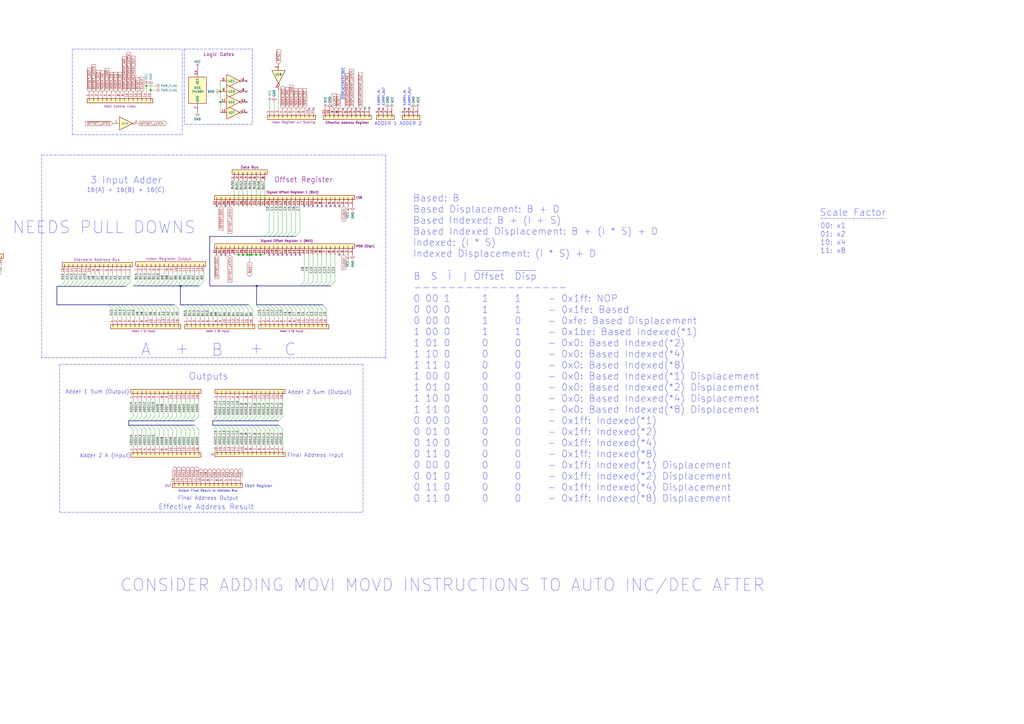
<source format=kicad_sch>
(kicad_sch (version 20211123) (generator eeschema)
  (paper "A2")
  (junction (at 144.78 147.828))
  (junction (at 148.59 147.828))
  (junction (at 151.13 147.828))
  (junction (at 84.836 49.784))
  (junction (at 127.762 59.182))
  (junction (at 127.762 53.086))
  (junction (at 138.43 147.828))
  (junction (at 143.51 147.828))
  (junction (at 146.05 147.828))
  (junction (at 87.376 52.324))
  (junction (at 148.844 165.862))
  (junction (at 140.97 147.828))
  (junction (at 104.648 165.862))
  (no_connect (at 181.864 62.992))
  (no_connect (at 214.122 62.484))
  (no_connect (at 222.25 62.992))
  (no_connect (at 156.21 147.828))
  (no_connect (at 189.23 119.634))
  (no_connect (at 143.002 46.99))
  (no_connect (at 184.15 119.634))
  (no_connect (at 198.882 62.992))
  (no_connect (at 179.324 62.992))
  (no_connect (at 196.85 119.634))
  (no_connect (at 143.002 65.278))
  (no_connect (at 168.91 147.828))
  (no_connect (at 166.37 147.828))
  (no_connect (at 237.236 62.992))
  (no_connect (at 206.502 62.992))
  (no_connect (at 219.71 62.992))
  (no_connect (at 196.85 147.828))
  (no_connect (at 211.582 62.484))
  (no_connect (at 143.002 59.182))
  (no_connect (at 176.53 119.634))
  (no_connect (at 158.75 147.828))
  (no_connect (at 181.61 119.634))
  (no_connect (at 171.45 147.828))
  (no_connect (at 186.69 119.634))
  (no_connect (at 130.81 147.828))
  (no_connect (at 128.27 147.828))
  (no_connect (at 179.07 119.634))
  (no_connect (at 234.696 62.992))
  (no_connect (at 191.77 119.634))
  (no_connect (at 161.29 147.828))
  (no_connect (at 194.31 119.634))
  (no_connect (at 173.99 147.828))
  (no_connect (at 125.73 119.634))
  (no_connect (at 163.83 147.828))
  (no_connect (at 130.81 119.634))
  (no_connect (at 143.002 53.086))
  (bus_entry (at -6.858 158.75) (size -2.54 2.54))
  (bus_entry (at 174.244 179.324) (size -2.54 -2.54))
  (bus_entry (at 97.536 241.554) (size -2.54 2.54))
  (bus_entry (at 133.858 179.324) (size -2.54 -2.54))
  (bus_entry (at 176.784 179.324) (size -2.54 -2.54))
  (bus_entry (at 73.152 179.324) (size -2.54 -2.54))
  (bus_entry (at 100.076 241.554) (size -2.54 2.54))
  (bus_entry (at 79.756 249.174) (size -2.54 -2.54))
  (bus_entry (at 87.376 249.174) (size -2.54 -2.54))
  (bus_entry (at 181.864 179.324) (size -2.54 -2.54))
  (bus_entry (at 108.458 179.324) (size -2.54 -2.54))
  (bus_entry (at 82.296 249.174) (size -2.54 -2.54))
  (bus_entry (at 144.018 179.324) (size -2.54 -2.54))
  (bus_entry (at 148.844 241.554) (size -2.54 2.54))
  (bus_entry (at 153.924 179.324) (size -2.54 -2.54))
  (bus_entry (at 107.95 163.322) (size -2.54 2.54))
  (bus_entry (at 101.092 179.324) (size -2.54 -2.54))
  (bus_entry (at -4.318 158.75) (size -2.54 2.54))
  (bus_entry (at 110.49 163.322) (size -2.54 2.54))
  (bus_entry (at 110.998 179.324) (size -2.54 -2.54))
  (bus_entry (at 65.532 179.324) (size -2.54 -2.54))
  (bus_entry (at 90.17 163.322) (size -2.54 2.54))
  (bus_entry (at 102.87 163.322) (size -2.54 2.54))
  (bus_entry (at 186.944 179.324) (size -2.54 -2.54))
  (bus_entry (at 189.23 163.322) (size -2.54 2.54))
  (bus_entry (at 161.544 249.174) (size -2.54 -2.54))
  (bus_entry (at 161.544 241.554) (size -2.54 2.54))
  (bus_entry (at 82.296 241.554) (size -2.54 2.54))
  (bus_entry (at 121.158 179.324) (size -2.54 -2.54))
  (bus_entry (at 141.224 249.174) (size -2.54 -2.54))
  (bus_entry (at 90.932 179.324) (size -2.54 -2.54))
  (bus_entry (at 105.41 163.322) (size -2.54 2.54))
  (bus_entry (at 125.984 249.174) (size -2.54 -2.54))
  (bus_entry (at 82.55 163.322) (size -2.54 2.54))
  (bus_entry (at 156.464 249.174) (size -2.54 -2.54))
  (bus_entry (at 105.156 249.174) (size -2.54 -2.54))
  (bus_entry (at 151.384 249.174) (size -2.54 -2.54))
  (bus_entry (at 115.57 163.322) (size -2.54 2.54))
  (bus_entry (at 102.616 249.174) (size -2.54 -2.54))
  (bus_entry (at 143.764 241.554) (size -2.54 2.54))
  (bus_entry (at -9.398 158.75) (size -2.54 2.54))
  (bus_entry (at -19.558 158.75) (size -2.54 2.54))
  (bus_entry (at 159.004 241.554) (size -2.54 2.54))
  (bus_entry (at 107.696 249.174) (size -2.54 -2.54))
  (bus_entry (at -17.018 158.75) (size -2.54 2.54))
  (bus_entry (at 156.464 241.554) (size -2.54 2.54))
  (bus_entry (at 131.064 249.174) (size -2.54 -2.54))
  (bus_entry (at 80.772 179.324) (size -2.54 -2.54))
  (bus_entry (at -37.338 158.75) (size -2.54 2.54))
  (bus_entry (at 146.558 179.324) (size -2.54 -2.54))
  (bus_entry (at 60.198 163.576) (size -2.54 2.54))
  (bus_entry (at 164.084 179.324) (size -2.54 -2.54))
  (bus_entry (at 181.61 163.322) (size -2.54 2.54))
  (bus_entry (at 115.316 249.174) (size -2.54 -2.54))
  (bus_entry (at 47.498 163.576) (size -2.54 2.54))
  (bus_entry (at 156.21 134.62) (size -2.54 2.54))
  (bus_entry (at 100.33 163.322) (size -2.54 2.54))
  (bus_entry (at 65.278 163.576) (size -2.54 2.54))
  (bus_entry (at 112.776 249.174) (size -2.54 -2.54))
  (bus_entry (at 77.216 241.554) (size -2.54 2.54))
  (bus_entry (at 148.844 249.174) (size -2.54 -2.54))
  (bus_entry (at -24.638 158.75) (size -2.54 2.54))
  (bus_entry (at 102.616 241.554) (size -2.54 2.54))
  (bus_entry (at 100.076 249.174) (size -2.54 -2.54))
  (bus_entry (at 77.216 249.174) (size -2.54 -2.54))
  (bus_entry (at 110.236 249.174) (size -2.54 -2.54))
  (bus_entry (at 93.472 179.324) (size -2.54 -2.54))
  (bus_entry (at 151.384 241.554) (size -2.54 2.54))
  (bus_entry (at 141.478 179.324) (size -2.54 -2.54))
  (bus_entry (at 184.15 163.322) (size -2.54 2.54))
  (bus_entry (at 113.03 163.322) (size -2.54 2.54))
  (bus_entry (at 70.358 163.576) (size -2.54 2.54))
  (bus_entry (at 116.078 179.324) (size -2.54 -2.54))
  (bus_entry (at 186.69 163.322) (size -2.54 2.54))
  (bus_entry (at 128.524 241.554) (size -2.54 2.54))
  (bus_entry (at 83.312 179.324) (size -2.54 -2.54))
  (bus_entry (at -34.798 158.75) (size -2.54 2.54))
  (bus_entry (at 84.836 249.174) (size -2.54 -2.54))
  (bus_entry (at 176.53 163.322) (size -2.54 2.54))
  (bus_entry (at 141.224 241.554) (size -2.54 2.54))
  (bus_entry (at 113.538 179.324) (size -2.54 -2.54))
  (bus_entry (at 153.924 241.554) (size -2.54 2.54))
  (bus_entry (at 171.704 179.324) (size -2.54 -2.54))
  (bus_entry (at 161.544 179.324) (size -2.54 -2.54))
  (bus_entry (at 105.156 241.554) (size -2.54 2.54))
  (bus_entry (at 98.552 179.324) (size -2.54 -2.54))
  (bus_entry (at 143.764 249.174) (size -2.54 -2.54))
  (bus_entry (at 75.692 179.324) (size -2.54 -2.54))
  (bus_entry (at 94.996 241.554) (size -2.54 2.54))
  (bus_entry (at 88.392 179.324) (size -2.54 -2.54))
  (bus_entry (at 125.984 241.554) (size -2.54 2.54))
  (bus_entry (at 169.164 179.324) (size -2.54 -2.54))
  (bus_entry (at 79.756 241.554) (size -2.54 2.54))
  (bus_entry (at 55.118 163.576) (size -2.54 2.54))
  (bus_entry (at 179.07 163.322) (size -2.54 2.54))
  (bus_entry (at 128.778 179.324) (size -2.54 -2.54))
  (bus_entry (at -1.778 158.75) (size -2.54 2.54))
  (bus_entry (at 92.71 163.322) (size -2.54 2.54))
  (bus_entry (at 70.612 179.324) (size -2.54 -2.54))
  (bus_entry (at 161.29 134.62) (size -2.54 2.54))
  (bus_entry (at 92.456 249.174) (size -2.54 -2.54))
  (bus_entry (at 159.004 179.324) (size -2.54 -2.54))
  (bus_entry (at 189.484 179.324) (size -2.54 -2.54))
  (bus_entry (at 146.304 249.174) (size -2.54 -2.54))
  (bus_entry (at 159.004 249.174) (size -2.54 -2.54))
  (bus_entry (at 179.324 179.324) (size -2.54 -2.54))
  (bus_entry (at 67.818 163.576) (size -2.54 2.54))
  (bus_entry (at 85.852 179.324) (size -2.54 -2.54))
  (bus_entry (at 164.084 249.174) (size -2.54 -2.54))
  (bus_entry (at 107.696 241.554) (size -2.54 2.54))
  (bus_entry (at 72.898 163.576) (size -2.54 2.54))
  (bus_entry (at 191.77 163.322) (size -2.54 2.54))
  (bus_entry (at 68.072 179.324) (size -2.54 -2.54))
  (bus_entry (at 136.398 179.324) (size -2.54 -2.54))
  (bus_entry (at 173.99 134.62) (size -2.54 2.54))
  (bus_entry (at 97.79 163.322) (size -2.54 2.54))
  (bus_entry (at -22.098 158.75) (size -2.54 2.54))
  (bus_entry (at 85.09 163.322) (size -2.54 2.54))
  (bus_entry (at 133.604 249.174) (size -2.54 -2.54))
  (bus_entry (at 94.996 249.174) (size -2.54 -2.54))
  (bus_entry (at 75.438 163.576) (size -2.54 2.54))
  (bus_entry (at 95.25 163.322) (size -2.54 2.54))
  (bus_entry (at 97.536 249.174) (size -2.54 -2.54))
  (bus_entry (at 131.318 179.324) (size -2.54 -2.54))
  (bus_entry (at 156.464 179.324) (size -2.54 -2.54))
  (bus_entry (at 96.012 179.324) (size -2.54 -2.54))
  (bus_entry (at 84.836 241.554) (size -2.54 2.54))
  (bus_entry (at 50.038 163.576) (size -2.54 2.54))
  (bus_entry (at 80.01 163.322) (size -2.54 2.54))
  (bus_entry (at 146.304 241.554) (size -2.54 2.54))
  (bus_entry (at 0.762 158.75) (size -2.54 2.54))
  (bus_entry (at 123.698 179.324) (size -2.54 -2.54))
  (bus_entry (at 128.524 249.174) (size -2.54 -2.54))
  (bus_entry (at 153.924 249.174) (size -2.54 -2.54))
  (bus_entry (at 115.316 241.554) (size -2.54 2.54))
  (bus_entry (at 163.83 134.62) (size -2.54 2.54))
  (bus_entry (at 78.232 179.324) (size -2.54 -2.54))
  (bus_entry (at -32.258 158.75) (size -2.54 2.54))
  (bus_entry (at 138.684 241.554) (size -2.54 2.54))
  (bus_entry (at 39.878 163.576) (size -2.54 2.54))
  (bus_entry (at 89.916 249.174) (size -2.54 -2.54))
  (bus_entry (at 62.738 163.576) (size -2.54 2.54))
  (bus_entry (at 92.456 241.554) (size -2.54 2.54))
  (bus_entry (at 136.144 249.174) (size -2.54 -2.54))
  (bus_entry (at -11.938 158.75) (size -2.54 2.54))
  (bus_entry (at 87.376 241.554) (size -2.54 2.54))
  (bus_entry (at 44.958 163.576) (size -2.54 2.54))
  (bus_entry (at 126.238 179.324) (size -2.54 -2.54))
  (bus_entry (at 166.37 134.62) (size -2.54 2.54))
  (bus_entry (at 194.31 163.322) (size -2.54 2.54))
  (bus_entry (at 87.63 163.322) (size -2.54 2.54))
  (bus_entry (at 103.632 179.324) (size -2.54 -2.54))
  (bus_entry (at 112.776 241.554) (size -2.54 2.54))
  (bus_entry (at 42.418 163.576) (size -2.54 2.54))
  (bus_entry (at 89.916 241.554) (size -2.54 2.54))
  (bus_entry (at 151.384 179.324) (size -2.54 -2.54))
  (bus_entry (at 52.578 163.576) (size -2.54 2.54))
  (bus_entry (at -27.178 158.75) (size -2.54 2.54))
  (bus_entry (at 110.236 241.554) (size -2.54 2.54))
  (bus_entry (at 57.658 163.576) (size -2.54 2.54))
  (bus_entry (at 136.144 241.554) (size -2.54 2.54))
  (bus_entry (at -29.718 158.75) (size -2.54 2.54))
  (bus_entry (at 118.618 179.324) (size -2.54 -2.54))
  (bus_entry (at 168.91 134.62) (size -2.54 2.54))
  (bus_entry (at 138.684 249.174) (size -2.54 -2.54))
  (bus_entry (at 131.064 241.554) (size -2.54 2.54))
  (bus_entry (at 158.75 134.62) (size -2.54 2.54))
  (bus_entry (at 164.084 241.554) (size -2.54 2.54))
  (bus_entry (at 166.624 179.324) (size -2.54 -2.54))
  (bus_entry (at 184.404 179.324) (size -2.54 -2.54))
  (bus_entry (at 138.938 179.324) (size -2.54 -2.54))
  (bus_entry (at 118.11 163.322) (size -2.54 2.54))
  (bus_entry (at -14.478 158.75) (size -2.54 2.54))
  (bus_entry (at 37.338 163.576) (size -2.54 2.54))
  (bus_entry (at 133.604 241.554) (size -2.54 2.54))
  (bus_entry (at 171.45 134.62) (size -2.54 2.54))
  (wire (pts (xy 65.532 179.324) (xy 65.532 184.404)))
  (bus (pts (xy 79.756 244.094) (xy 77.216 244.094)))
  (bus (pts (xy 159.004 176.784) (xy 161.544 176.784)))
  (bus (pts (xy 107.696 244.094) (xy 105.156 244.094)))
  (bus (pts (xy 77.216 246.634) (xy 79.756 246.634)))
  (bus (pts (xy 97.536 244.094) (xy 94.996 244.094)))
  (bus (pts (xy 176.53 165.862) (xy 179.07 165.862)))
  (wire (pts (xy 191.77 147.828) (xy 191.77 163.322)))
  (wire (pts (xy 70.612 179.324) (xy 70.612 184.404)))
  (wire (pts (xy -14.478 153.67) (xy -14.478 158.75)))
  (wire (pts (xy 107.696 232.156) (xy 107.696 241.554)))
  (bus (pts (xy 133.604 244.094) (xy 131.064 244.094)))
  (wire (pts (xy 47.498 158.496) (xy 47.498 163.576)))
  (bus (pts (xy 83.312 176.784) (xy 80.772 176.784)))
  (wire (pts (xy 60.198 158.496) (xy 60.198 163.576)))
  (wire (pts (xy 156.464 258.572) (xy 156.464 249.174)))
  (wire (pts (xy 89.916 52.324) (xy 87.376 52.324)))
  (wire (pts (xy 77.216 258.826) (xy 77.216 249.174)))
  (bus (pts (xy 169.164 176.784) (xy 171.704 176.784)))
  (wire (pts (xy 166.624 179.324) (xy 166.624 184.404)))
  (wire (pts (xy 153.924 179.324) (xy 153.924 184.404)))
  (polyline (pts (xy 223.774 207.518) (xy 24.13 207.518)))
  (wire (pts (xy 97.536 258.826) (xy 97.536 249.174)))
  (bus (pts (xy 186.69 165.862) (xy 189.23 165.862)))
  (wire (pts (xy 72.898 158.496) (xy 72.898 163.576)))
  (polyline (pts (xy 475.996 126.746) (xy 513.588 126.746)))
  (wire (pts (xy 100.076 258.826) (xy 100.076 249.174)))
  (bus (pts (xy 110.998 176.784) (xy 108.458 176.784)))
  (bus (pts (xy 108.458 176.784) (xy 105.918 176.784)))
  (wire (pts (xy 87.376 52.324) (xy 87.376 53.34)))
  (wire (pts (xy 87.376 258.826) (xy 87.376 249.174)))
  (bus (pts (xy 84.836 244.094) (xy 82.296 244.094)))
  (bus (pts (xy 39.878 166.116) (xy 42.418 166.116)))
  (wire (pts (xy 131.064 232.156) (xy 131.064 241.554)))
  (wire (pts (xy 85.09 158.242) (xy 85.09 163.322)))
  (wire (pts (xy 186.944 179.324) (xy 186.944 184.404)))
  (wire (pts (xy 105.156 232.156) (xy 105.156 241.554)))
  (wire (pts (xy 107.696 258.826) (xy 107.696 249.174)))
  (bus (pts (xy 121.666 137.16) (xy 121.666 165.862)))
  (bus (pts (xy 158.75 137.16) (xy 156.21 137.16)))
  (bus (pts (xy 94.996 246.634) (xy 97.536 246.634)))
  (wire (pts (xy 159.004 232.156) (xy 159.004 241.554)))
  (bus (pts (xy 102.616 246.634) (xy 105.156 246.634)))
  (bus (pts (xy 92.456 244.094) (xy 89.916 244.094)))
  (bus (pts (xy 143.764 244.094) (xy 141.224 244.094)))
  (bus (pts (xy 74.676 244.094) (xy 74.676 246.634)))
  (bus (pts (xy 138.938 176.784) (xy 136.398 176.784)))
  (wire (pts (xy -22.098 153.67) (xy -22.098 158.75)))
  (bus (pts (xy 100.076 246.634) (xy 102.616 246.634)))
  (polyline (pts (xy 210.566 297.18) (xy 210.566 211.328)))
  (bus (pts (xy 164.084 176.784) (xy 166.624 176.784)))
  (wire (pts (xy 65.278 158.496) (xy 65.278 163.576)))
  (wire (pts (xy 173.99 119.634) (xy 173.99 134.62)))
  (wire (pts (xy 148.59 104.902) (xy 148.59 119.634)))
  (wire (pts (xy 176.53 147.828) (xy 176.53 163.322)))
  (wire (pts (xy 123.698 179.324) (xy 123.698 184.404)))
  (wire (pts (xy -34.798 153.67) (xy -34.798 158.75)))
  (wire (pts (xy 141.224 258.572) (xy 141.224 249.174)))
  (wire (pts (xy 128.524 258.572) (xy 128.524 249.174)))
  (bus (pts (xy 87.376 246.634) (xy 89.916 246.634)))
  (bus (pts (xy 136.398 176.784) (xy 133.858 176.784)))
  (bus (pts (xy 121.666 165.862) (xy 148.844 165.862)))
  (wire (pts (xy 159.004 258.572) (xy 159.004 249.174)))
  (wire (pts (xy 89.916 232.156) (xy 89.916 241.554)))
  (bus (pts (xy 42.418 166.116) (xy 44.958 166.116)))
  (wire (pts (xy 95.25 158.242) (xy 95.25 163.322)))
  (bus (pts (xy 179.324 176.784) (xy 181.864 176.784)))
  (wire (pts (xy 125.984 258.572) (xy 125.984 249.174)))
  (wire (pts (xy 138.684 258.572) (xy 138.684 249.174)))
  (polyline (pts (xy 34.544 297.18) (xy 210.566 297.18)))
  (wire (pts (xy 186.69 147.828) (xy 186.69 163.322)))
  (polyline (pts (xy 24.13 207.518) (xy 24.13 89.916)))
  (wire (pts (xy 135.89 104.902) (xy 135.89 119.634)))
  (wire (pts (xy 156.464 179.324) (xy 156.464 184.404)))
  (bus (pts (xy 82.55 165.862) (xy 85.09 165.862)))
  (wire (pts (xy 77.216 232.156) (xy 77.216 241.554)))
  (wire (pts (xy 89.916 49.784) (xy 84.836 49.784)))
  (wire (pts (xy 179.324 179.324) (xy 179.324 184.404)))
  (bus (pts (xy 141.224 246.634) (xy 143.764 246.634)))
  (bus (pts (xy 105.156 244.094) (xy 102.616 244.094)))
  (wire (pts (xy 133.604 232.156) (xy 133.604 241.554)))
  (wire (pts (xy 143.51 104.902) (xy 143.51 119.634)))
  (bus (pts (xy 151.384 176.784) (xy 153.924 176.784)))
  (bus (pts (xy 52.578 166.116) (xy 55.118 166.116)))
  (wire (pts (xy 141.478 179.324) (xy 141.478 184.404)))
  (bus (pts (xy 89.916 246.634) (xy 92.456 246.634)))
  (bus (pts (xy 148.844 165.862) (xy 148.844 176.784)))
  (bus (pts (xy 102.87 165.862) (xy 104.648 165.862)))
  (bus (pts (xy 113.538 176.784) (xy 110.998 176.784)))
  (wire (pts (xy 141.224 232.156) (xy 141.224 241.554)))
  (wire (pts (xy 118.618 179.324) (xy 118.618 184.404)))
  (bus (pts (xy 107.696 246.634) (xy 110.236 246.634)))
  (bus (pts (xy 34.798 166.116) (xy 37.338 166.116)))
  (wire (pts (xy 194.31 147.828) (xy 194.31 163.322)))
  (wire (pts (xy 103.632 179.324) (xy 103.632 184.404)))
  (wire (pts (xy 92.456 258.826) (xy 92.456 249.174)))
  (wire (pts (xy 144.018 179.324) (xy 144.018 184.404)))
  (wire (pts (xy 146.558 179.324) (xy 146.558 184.404)))
  (polyline (pts (xy 41.91 78.232) (xy 105.664 78.232)))
  (wire (pts (xy 0.762 153.67) (xy 0.762 158.75)))
  (wire (pts (xy 115.316 258.826) (xy 115.316 249.174)))
  (wire (pts (xy 88.392 179.324) (xy 88.392 184.404)))
  (wire (pts (xy 37.338 158.496) (xy 37.338 163.576)))
  (wire (pts (xy 110.998 179.324) (xy 110.998 184.404)))
  (bus (pts (xy 107.95 165.862) (xy 110.49 165.862)))
  (wire (pts (xy 135.89 147.828) (xy 138.43 147.828)))
  (bus (pts (xy 161.544 244.094) (xy 159.004 244.094)))
  (wire (pts (xy 118.11 158.242) (xy 118.11 163.322)))
  (wire (pts (xy 93.472 179.324) (xy 93.472 184.404)))
  (bus (pts (xy 85.852 176.784) (xy 83.312 176.784)))
  (bus (pts (xy 131.064 244.094) (xy 128.524 244.094)))
  (wire (pts (xy 163.83 119.634) (xy 163.83 134.62)))
  (wire (pts (xy 148.844 232.156) (xy 148.844 241.554)))
  (wire (pts (xy 90.932 179.324) (xy 90.932 184.404)))
  (wire (pts (xy 96.012 179.324) (xy 96.012 184.404)))
  (wire (pts (xy 164.084 258.572) (xy 164.084 249.174)))
  (bus (pts (xy 156.464 176.784) (xy 159.004 176.784)))
  (bus (pts (xy 77.47 165.862) (xy 80.01 165.862)))
  (wire (pts (xy 98.552 179.324) (xy 98.552 184.404)))
  (bus (pts (xy 171.704 176.784) (xy 174.244 176.784)))
  (bus (pts (xy 133.604 246.634) (xy 136.144 246.634)))
  (bus (pts (xy 126.238 176.784) (xy 123.698 176.784)))
  (bus (pts (xy 156.21 137.16) (xy 153.67 137.16)))
  (bus (pts (xy 92.456 246.634) (xy 94.996 246.634)))
  (bus (pts (xy 159.004 244.094) (xy 156.464 244.094)))
  (wire (pts (xy 138.43 104.902) (xy 138.43 119.634)))
  (bus (pts (xy 125.984 246.634) (xy 128.524 246.634)))
  (bus (pts (xy 84.836 246.634) (xy 87.376 246.634)))
  (wire (pts (xy 161.544 258.572) (xy 161.544 249.174)))
  (wire (pts (xy 146.304 232.156) (xy 146.304 241.554)))
  (bus (pts (xy 131.064 246.634) (xy 133.604 246.634)))
  (polyline (pts (xy 106.934 28.448) (xy 106.934 72.136)))
  (wire (pts (xy -19.558 153.67) (xy -19.558 158.75)))
  (bus (pts (xy 189.23 165.862) (xy 191.77 165.862)))
  (wire (pts (xy 101.092 179.324) (xy 101.092 184.404)))
  (wire (pts (xy 68.072 179.324) (xy 68.072 184.404)))
  (bus (pts (xy 161.544 176.784) (xy 164.084 176.784)))
  (bus (pts (xy 79.756 246.634) (xy 82.296 246.634)))
  (wire (pts (xy 126.238 179.324) (xy 126.238 184.404)))
  (bus (pts (xy 156.464 244.094) (xy 153.924 244.094)))
  (bus (pts (xy 168.91 137.16) (xy 166.37 137.16)))
  (bus (pts (xy 146.304 244.094) (xy 143.764 244.094)))
  (bus (pts (xy 78.232 176.784) (xy 75.692 176.784)))
  (wire (pts (xy 151.384 258.572) (xy 151.384 249.174)))
  (wire (pts (xy 161.544 232.156) (xy 161.544 241.554)))
  (bus (pts (xy 116.078 176.784) (xy 113.538 176.784)))
  (bus (pts (xy 88.392 176.784) (xy 85.852 176.784)))
  (wire (pts (xy 146.05 104.902) (xy 146.05 119.634)))
  (wire (pts (xy 161.544 52.324) (xy 161.544 62.992)))
  (wire (pts (xy 107.95 158.242) (xy 107.95 163.322)))
  (bus (pts (xy 151.384 246.634) (xy 153.924 246.634)))
  (wire (pts (xy 84.836 49.784) (xy 84.836 53.34)))
  (bus (pts (xy 128.778 176.784) (xy 126.238 176.784)))
  (wire (pts (xy 127.762 59.182) (xy 127.762 65.278)))
  (wire (pts (xy 97.536 232.156) (xy 97.536 241.554)))
  (wire (pts (xy 116.078 179.324) (xy 116.078 184.404)))
  (bus (pts (xy 80.01 165.862) (xy 82.55 165.862)))
  (wire (pts (xy 159.004 179.324) (xy 159.004 184.404)))
  (bus (pts (xy 60.198 166.116) (xy 62.738 166.116)))
  (bus (pts (xy 186.944 176.784) (xy 187.198 176.784)))
  (wire (pts (xy 57.658 158.496) (xy 57.658 163.576)))
  (bus (pts (xy 176.784 176.784) (xy 179.324 176.784)))
  (bus (pts (xy 95.25 165.862) (xy 97.79 165.862)))
  (bus (pts (xy 166.624 176.784) (xy 169.164 176.784)))
  (wire (pts (xy -32.258 153.67) (xy -32.258 158.75)))
  (wire (pts (xy 89.916 258.826) (xy 89.916 249.174)))
  (bus (pts (xy 128.524 246.634) (xy 131.064 246.634)))
  (bus (pts (xy 100.33 165.862) (xy 102.87 165.862)))
  (wire (pts (xy 87.376 49.53) (xy 87.376 52.324)))
  (wire (pts (xy 105.156 258.826) (xy 105.156 249.174)))
  (wire (pts (xy 73.152 179.324) (xy 73.152 184.404)))
  (polyline (pts (xy 146.304 72.136) (xy 106.934 72.136)))
  (wire (pts (xy 55.118 158.496) (xy 55.118 163.576)))
  (wire (pts (xy 113.538 179.324) (xy 113.538 184.404)))
  (bus (pts (xy 166.37 137.16) (xy 163.83 137.16)))
  (wire (pts (xy 153.67 104.902) (xy 153.67 119.634)))
  (bus (pts (xy 123.444 244.094) (xy 123.444 246.634)))
  (wire (pts (xy 166.37 119.634) (xy 166.37 134.62)))
  (wire (pts (xy 87.376 232.156) (xy 87.376 241.554)))
  (bus (pts (xy 144.018 176.784) (xy 141.478 176.784)))
  (bus (pts (xy 123.698 176.784) (xy 121.158 176.784)))
  (bus (pts (xy 62.738 166.116) (xy 65.278 166.116)))
  (wire (pts (xy 112.776 258.826) (xy 112.776 249.174)))
  (bus (pts (xy 113.03 165.862) (xy 115.57 165.862)))
  (bus (pts (xy 153.67 137.16) (xy 121.666 137.16)))
  (bus (pts (xy 97.79 165.862) (xy 100.33 165.862)))
  (bus (pts (xy 141.478 176.784) (xy 138.938 176.784)))
  (bus (pts (xy 85.09 165.862) (xy 87.63 165.862)))
  (wire (pts (xy 148.59 147.828) (xy 151.13 147.828)))
  (bus (pts (xy 173.99 165.862) (xy 176.53 165.862)))
  (wire (pts (xy 83.312 179.324) (xy 83.312 184.404)))
  (wire (pts (xy 115.57 158.242) (xy 115.57 163.322)))
  (wire (pts (xy 156.464 59.182) (xy 156.464 62.992)))
  (wire (pts (xy 84.836 258.826) (xy 84.836 249.174)))
  (bus (pts (xy 102.616 244.094) (xy 100.076 244.094)))
  (bus (pts (xy 82.296 246.634) (xy 84.836 246.634)))
  (wire (pts (xy 82.296 258.826) (xy 82.296 249.174)))
  (wire (pts (xy 131.318 179.324) (xy 131.318 184.404)))
  (bus (pts (xy 47.498 166.116) (xy 50.038 166.116)))
  (wire (pts (xy 161.544 179.324) (xy 161.544 184.404)))
  (wire (pts (xy 115.316 232.156) (xy 115.316 241.554)))
  (polyline (pts (xy 24.13 89.916) (xy 223.774 89.916)))
  (bus (pts (xy 105.156 246.634) (xy 107.696 246.634)))
  (wire (pts (xy 138.43 147.828) (xy 140.97 147.828)))
  (polyline (pts (xy 41.91 28.448) (xy 41.91 78.232)))
  (bus (pts (xy 70.612 176.784) (xy 68.072 176.784)))
  (bus (pts (xy 148.844 244.094) (xy 146.304 244.094)))
  (wire (pts (xy 136.144 232.156) (xy 136.144 241.554)))
  (bus (pts (xy 143.764 246.634) (xy 146.304 246.634)))
  (bus (pts (xy 128.524 244.094) (xy 125.984 244.094)))
  (bus (pts (xy 163.83 137.16) (xy 161.29 137.16)))
  (wire (pts (xy 127.762 46.99) (xy 127.762 53.086)))
  (wire (pts (xy 102.616 258.826) (xy 102.616 249.174)))
  (wire (pts (xy -9.398 153.67) (xy -9.398 158.75)))
  (bus (pts (xy 33.02 176.784) (xy 62.992 176.784)))
  (wire (pts (xy -24.638 153.67) (xy -24.638 158.75)))
  (wire (pts (xy 110.236 258.826) (xy 110.236 249.174)))
  (wire (pts (xy 82.296 232.156) (xy 82.296 241.554)))
  (bus (pts (xy 110.236 246.634) (xy 112.776 246.634)))
  (wire (pts (xy 131.064 258.572) (xy 131.064 249.174)))
  (bus (pts (xy 148.844 165.862) (xy 173.99 165.862)))
  (bus (pts (xy 98.552 176.784) (xy 96.012 176.784)))
  (polyline (pts (xy 69.088 28.448) (xy 105.664 28.448)))
  (bus (pts (xy 67.818 166.116) (xy 70.358 166.116)))
  (wire (pts (xy 94.996 258.826) (xy 94.996 249.174)))
  (wire (pts (xy 75.692 179.324) (xy 75.692 184.404)))
  (wire (pts (xy 181.864 179.324) (xy 181.864 184.404)))
  (polyline (pts (xy 119.888 211.328) (xy 210.566 211.328)))
  (bus (pts (xy 90.17 165.862) (xy 92.71 165.862)))
  (bus (pts (xy 161.29 137.16) (xy 158.75 137.16)))
  (bus (pts (xy 50.038 166.116) (xy 52.578 166.116)))
  (wire (pts (xy 171.704 179.324) (xy 171.704 184.404)))
  (wire (pts (xy 169.164 179.324) (xy 169.164 184.404)))
  (bus (pts (xy 104.648 165.862) (xy 104.648 176.784)))
  (wire (pts (xy 105.41 158.242) (xy 105.41 163.322)))
  (wire (pts (xy 189.23 147.828) (xy 189.23 163.322)))
  (bus (pts (xy 70.358 166.116) (xy 72.898 166.116)))
  (wire (pts (xy 171.45 119.634) (xy 171.45 134.62)))
  (wire (pts (xy 159.004 59.182) (xy 159.004 62.992)))
  (bus (pts (xy 82.296 244.094) (xy 79.756 244.094)))
  (wire (pts (xy 97.79 158.242) (xy 97.79 163.322)))
  (bus (pts (xy 87.63 165.862) (xy 90.17 165.862)))
  (wire (pts (xy 80.01 158.242) (xy 80.01 163.322)))
  (wire (pts (xy 153.924 258.572) (xy 153.924 249.174)))
  (bus (pts (xy 110.49 165.862) (xy 113.03 165.862)))
  (wire (pts (xy 87.63 158.242) (xy 87.63 163.322)))
  (wire (pts (xy 151.384 179.324) (xy 151.384 184.404)))
  (wire (pts (xy 133.858 179.324) (xy 133.858 184.404)))
  (polyline (pts (xy 106.934 28.448) (xy 146.304 28.448)))
  (wire (pts (xy 156.464 232.156) (xy 156.464 241.554)))
  (wire (pts (xy 140.97 147.828) (xy 143.51 147.828)))
  (wire (pts (xy 102.87 158.242) (xy 102.87 163.322)))
  (bus (pts (xy 74.676 246.634) (xy 77.216 246.634)))
  (bus (pts (xy 105.41 165.862) (xy 107.95 165.862)))
  (bus (pts (xy 121.158 176.784) (xy 118.618 176.784)))
  (bus (pts (xy 94.996 244.094) (xy 92.456 244.094)))
  (wire (pts (xy 164.084 179.324) (xy 164.084 184.404)))
  (wire (pts (xy 108.458 179.324) (xy 108.458 184.404)))
  (bus (pts (xy 136.144 246.634) (xy 138.684 246.634)))
  (wire (pts (xy -4.318 153.67) (xy -4.318 158.75)))
  (wire (pts (xy 164.084 232.156) (xy 164.084 241.554)))
  (wire (pts (xy 211.582 62.484) (xy 211.582 62.992)))
  (bus (pts (xy 153.924 244.094) (xy 151.384 244.094)))
  (bus (pts (xy 159.004 246.634) (xy 161.544 246.634)))
  (wire (pts (xy 140.97 104.902) (xy 140.97 119.634)))
  (bus (pts (xy 179.07 165.862) (xy 181.61 165.862)))
  (wire (pts (xy 214.122 62.484) (xy 214.122 62.992)))
  (wire (pts (xy 151.13 147.828) (xy 153.67 147.828)))
  (bus (pts (xy 101.092 176.784) (xy 98.552 176.784)))
  (bus (pts (xy 68.072 176.784) (xy 65.532 176.784)))
  (wire (pts (xy 113.03 158.242) (xy 113.03 163.322)))
  (wire (pts (xy 144.78 147.828) (xy 146.05 147.828)))
  (wire (pts (xy 158.75 119.634) (xy 158.75 134.62)))
  (wire (pts (xy 110.236 232.156) (xy 110.236 241.554)))
  (bus (pts (xy 112.776 244.094) (xy 110.236 244.094)))
  (bus (pts (xy 73.152 176.784) (xy 70.612 176.784)))
  (bus (pts (xy 90.932 176.784) (xy 88.392 176.784)))
  (wire (pts (xy 143.764 258.572) (xy 143.764 249.174)))
  (bus (pts (xy 65.278 166.116) (xy 67.818 166.116)))
  (bus (pts (xy 57.658 166.116) (xy 60.198 166.116)))
  (wire (pts (xy 92.456 232.156) (xy 92.456 241.554)))
  (wire (pts (xy 174.244 179.324) (xy 174.244 184.404)))
  (wire (pts (xy 136.144 258.572) (xy 136.144 249.174)))
  (bus (pts (xy 87.376 244.094) (xy 84.836 244.094)))
  (wire (pts (xy 136.398 179.324) (xy 136.398 184.404)))
  (wire (pts (xy 110.49 158.242) (xy 110.49 163.322)))
  (wire (pts (xy 138.684 232.156) (xy 138.684 241.554)))
  (wire (pts (xy 100.33 158.242) (xy 100.33 163.322)))
  (bus (pts (xy 110.236 244.094) (xy 107.696 244.094)))
  (wire (pts (xy 156.21 119.634) (xy 156.21 134.62)))
  (wire (pts (xy 148.844 258.572) (xy 148.844 249.174)))
  (polyline (pts (xy 34.544 211.328) (xy 34.544 297.18)))
  (polyline (pts (xy 146.304 28.448) (xy 146.304 72.136)))
  (wire (pts (xy 168.91 119.634) (xy 168.91 134.62)))
  (bus (pts (xy 148.844 176.784) (xy 151.384 176.784)))
  (bus (pts (xy 153.924 176.784) (xy 156.464 176.784)))
  (bus (pts (xy 96.012 176.784) (xy 93.472 176.784)))
  (bus (pts (xy 75.692 176.784) (xy 73.152 176.784)))
  (wire (pts (xy 184.15 147.828) (xy 184.15 163.322)))
  (wire (pts (xy 70.358 158.496) (xy 70.358 163.576)))
  (bus (pts (xy 148.844 246.634) (xy 151.384 246.634)))
  (wire (pts (xy 181.61 147.828) (xy 181.61 163.322)))
  (wire (pts (xy 79.756 258.826) (xy 79.756 249.174)))
  (bus (pts (xy 131.318 176.784) (xy 128.778 176.784)))
  (bus (pts (xy 92.71 165.862) (xy 95.25 165.862)))
  (bus (pts (xy 123.444 246.634) (xy 125.984 246.634)))
  (wire (pts (xy 82.55 158.242) (xy 82.55 163.322)))
  (wire (pts (xy 78.232 179.324) (xy 78.232 184.404)))
  (wire (pts (xy 100.076 232.156) (xy 100.076 241.554)))
  (polyline (pts (xy 119.888 211.328) (xy 34.544 211.328)))
  (polyline (pts (xy 105.664 78.232) (xy 105.664 28.448)))
  (wire (pts (xy -37.338 153.67) (xy -37.338 158.75)))
  (bus (pts (xy 133.858 176.784) (xy 131.318 176.784)))
  (wire (pts (xy 84.836 49.53) (xy 84.836 49.784)))
  (bus (pts (xy 174.244 176.784) (xy 176.784 176.784)))
  (wire (pts (xy 128.524 232.156) (xy 128.524 241.554)))
  (wire (pts (xy 176.784 179.324) (xy 176.784 184.404)))
  (bus (pts (xy 181.864 176.784) (xy 184.404 176.784)))
  (wire (pts (xy 146.05 147.828) (xy 148.59 147.828)))
  (wire (pts (xy 90.17 158.242) (xy 90.17 163.322)))
  (wire (pts (xy -6.858 153.67) (xy -6.858 158.75)))
  (bus (pts (xy 55.118 166.116) (xy 57.658 166.116)))
  (wire (pts (xy 143.764 232.156) (xy 143.764 241.554)))
  (polyline (pts (xy 69.088 28.448) (xy 41.91 28.448)))
  (wire (pts (xy 161.29 119.634) (xy 161.29 134.62)))
  (wire (pts (xy -11.938 153.67) (xy -11.938 158.75)))
  (wire (pts (xy 39.878 158.496) (xy 39.878 163.576)))
  (bus (pts (xy 125.984 244.094) (xy 123.444 244.094)))
  (bus (pts (xy 138.684 244.094) (xy 136.144 244.094)))
  (wire (pts (xy 144.78 151.892) (xy 144.78 147.828)))
  (wire (pts (xy -17.018 153.67) (xy -17.018 158.75)))
  (bus (pts (xy 171.45 137.16) (xy 168.91 137.16)))
  (wire (pts (xy 128.778 179.324) (xy 128.778 184.404)))
  (polyline (pts (xy 223.774 89.916) (xy 223.774 207.518)))
  (wire (pts (xy 179.07 147.828) (xy 179.07 163.322)))
  (wire (pts (xy 127.762 53.086) (xy 127.762 59.182)))
  (bus (pts (xy 44.958 166.116) (xy 47.498 166.116)))
  (bus (pts (xy 65.532 176.784) (xy 62.992 176.784)))
  (wire (pts (xy 50.038 158.496) (xy 50.038 163.576)))
  (bus (pts (xy 151.384 244.094) (xy 148.844 244.094)))
  (wire (pts (xy 79.756 232.156) (xy 79.756 241.554)))
  (wire (pts (xy 138.938 179.324) (xy 138.938 184.404)))
  (bus (pts (xy 184.15 165.862) (xy 186.69 165.862)))
  (wire (pts (xy 52.578 158.496) (xy 52.578 163.576)))
  (bus (pts (xy 33.02 166.116) (xy 33.02 176.784)))
  (bus (pts (xy 136.144 244.094) (xy 133.604 244.094)))
  (wire (pts (xy 143.51 147.828) (xy 144.78 147.828)))
  (wire (pts (xy 94.996 232.156) (xy 94.996 241.554)))
  (wire (pts (xy 146.304 258.572) (xy 146.304 249.174)))
  (wire (pts (xy 44.958 158.496) (xy 44.958 163.576)))
  (bus (pts (xy 138.684 246.634) (xy 141.224 246.634)))
  (bus (pts (xy 156.464 246.634) (xy 159.004 246.634)))
  (bus (pts (xy 181.61 165.862) (xy 184.15 165.862)))
  (wire (pts (xy 184.404 179.324) (xy 184.404 184.404)))
  (bus (pts (xy 146.304 246.634) (xy 148.844 246.634)))
  (wire (pts (xy 80.772 179.324) (xy 80.772 184.404)))
  (wire (pts (xy 151.13 104.902) (xy 151.13 119.634)))
  (bus (pts (xy 100.076 244.094) (xy 97.536 244.094)))
  (wire (pts (xy 121.158 179.324) (xy 121.158 184.404)))
  (bus (pts (xy 104.648 176.784) (xy 105.918 176.784)))
  (wire (pts (xy 92.71 158.242) (xy 92.71 163.322)))
  (bus (pts (xy 37.338 166.116) (xy 39.878 166.116)))
  (bus (pts (xy 93.472 176.784) (xy 90.932 176.784)))
  (wire (pts (xy 151.384 232.156) (xy 151.384 241.554)))
  (bus (pts (xy 118.618 176.784) (xy 116.078 176.784)))
  (bus (pts (xy 77.216 244.094) (xy 74.676 244.094)))
  (wire (pts (xy -29.718 153.67) (xy -29.718 158.75)))
  (wire (pts (xy 42.418 158.496) (xy 42.418 163.576)))
  (wire (pts (xy 112.776 232.156) (xy 112.776 241.554)))
  (wire (pts (xy 133.604 258.572) (xy 133.604 249.174)))
  (bus (pts (xy 141.224 244.094) (xy 138.684 244.094)))
  (wire (pts (xy 84.836 232.156) (xy 84.836 241.554)))
  (wire (pts (xy 85.852 179.324) (xy 85.852 184.404)))
  (wire (pts (xy 102.616 232.156) (xy 102.616 241.554)))
  (bus (pts (xy 104.648 165.862) (xy 105.41 165.862)))
  (wire (pts (xy 189.484 179.324) (xy 189.484 184.404)))
  (wire (pts (xy 75.438 158.496) (xy 75.438 163.576)))
  (bus (pts (xy 153.924 246.634) (xy 156.464 246.634)))
  (bus (pts (xy 89.916 244.094) (xy 87.376 244.094)))
  (wire (pts (xy 62.738 158.496) (xy 62.738 163.576)))
  (bus (pts (xy 184.404 176.784) (xy 186.944 176.784)))
  (bus (pts (xy 33.02 166.116) (xy 34.798 166.116)))
  (wire (pts (xy 67.818 158.496) (xy 67.818 163.576)))
  (bus (pts (xy 97.536 246.634) (xy 100.076 246.634)))
  (wire (pts (xy -1.778 153.67) (xy -1.778 158.75)))
  (wire (pts (xy -27.178 153.67) (xy -27.178 158.75)))
  (bus (pts (xy 80.772 176.784) (xy 78.232 176.784)))
  (wire (pts (xy 153.924 232.156) (xy 153.924 241.554)))
  (wire (pts (xy 125.984 232.156) (xy 125.984 241.554)))
  (text "Adder 2 A (Input)" (at 46.228 265.684 0) (effects (font (size 2.2 2.2)) (justify left bottom)))
  (text "B  S  ~{I}  | ~{Offset}  ~{Disp}\n------------------\n0 00 1      1     1     - 0x1ff: NOP\n0 00 0      1     1     - 0x1fe: Based\n0 00 0      1     0     - 0xfe: Based Displacement\n1 00 0      1     1     - 0x1be: Based Indexed(*1)\n1 01 0      0     0     - 0x0: Based Indexed(*2)\n1 10 0      0     0     - 0x0: Based Indexed(*4)\n1 11 0      0     0     - 0x0: Based Indexed(*8)\n1 00 0      0     0     - 0x0: Based Indexed(*1) Displacement\n1 01 0      0     0     - 0x0: Based Indexed(*2) Displacement\n1 10 0      0     0     - 0x0: Based Indexed(*4) Displacement\n1 11 0      0     0     - 0x0: Based Indexed(*8) Displacement\n0 00 0      0     0     - 0x1ff: Indexed(*1)\n0 01 0      0     0     - 0x1ff: Indexed(*2)\n0 10 0      0     0     - 0x1ff: Indexed(*4)\n0 11 0      0     0     - 0x1ff: Indexed(*8)\n0 00 0      0     0     - 0x1ff: Indexed(*1) Displacement\n0 01 0      0     0     - 0x1ff: Indexed(*2) Displacement\n0 11 0      0     0     - 0x1ff: Indexed(*4) Displacement\n0 11 0      0     0     - 0x1ff: Indexed(*8) Displacement\n" (at 239.776 291.592 0) (effects (font (size 4 4)) (justify left bottom)))
  (text "B" (at 122.428 207.264 0) (effects (font (size 7 7)) (justify left bottom)))
  (text "CARRY_IN" (at 235.458 61.468 90) (effects (font (size 1.27 1.27)) (justify left bottom)))
  (text "CONSIDER ADDING MOVI MOVD INSTRUCTIONS TO AUTO INC/DEC AFTER" (at 69.596 343.662 0) (effects (font (size 7 7)) (justify left bottom)))
  (text "Final Address Output" (at 103.124 290.322 0) (effects (font (size 2.2 2.2)) (justify left bottom)))
  (text "Final Address Input" (at 166.624 265.43 0) (effects (font (size 2.2 2.2)) (justify left bottom)))
  (text "ADDER 1" (at 217.17 72.898 0) (effects (font (size 2 2)) (justify left bottom)))
  (text "16(A) + 16(B) + 16(C)" (at 50.292 111.76 0) (effects (font (size 2.5 2.5)) (justify left bottom)))
  (text "Adder 1 Sum (Output)" (at 37.846 228.6 0) (effects (font (size 2.2 2.2)) (justify left bottom)))
  (text "16bit Register" (at 141.732 282.956 0) (effects (font (size 1.5 1.5)) (justify left bottom)))
  (text "Scale Factor" (at 475.488 125.73 0) (effects (font (size 4 4)) (justify left bottom)))
  (text "Based: B\nBased Displacement: B + D\nBased Indexed: B + (I + S)\nBased Indexed Displacement: B + (I * S) + D\nIndexed: (I * S)\nIndexed Displacement: (I * S) + D\n" (at 239.522 149.606 0) (effects (font (size 4 4)) (justify left bottom)))
  (text "~{DISPLACEMENT_DEC}" (at 199.898 57.912 90) (effects (font (size 1.27 1.27)) (justify left bottom)))
  (text "CARRY_OUT" (at 223.266 61.468 90) (effects (font (size 1.27 1.27)) (justify left bottom)))
  (text "ADDER 2" (at 231.648 72.898 0) (effects (font (size 2 2)) (justify left bottom)))
  (text "Outputs" (at 109.474 220.726 0) (effects (font (size 4 4)) (justify left bottom)))
  (text "Effective Address Result" (at 91.948 295.91 0) (effects (font (size 3 3)) (justify left bottom)))
  (text "Adder 2 Sum (Output)" (at 166.878 228.854 0) (effects (font (size 2.2 2.2)) (justify left bottom)))
  (text "00: x1\n01: x2\n10: x4\n11: x8" (at 475.742 147.32 0) (effects (font (size 3 3)) (justify left bottom)))
  (text "CARRY_IN" (at 220.472 61.468 90) (effects (font (size 1.27 1.27)) (justify left bottom)))
  (text "C" (at 164.846 207.01 0) (effects (font (size 7 7)) (justify left bottom)))
  (text "Output Final Result to Address Bus" (at 103.378 285.496 0) (effects (font (size 1.27 1.27)) (justify left bottom)))
  (text "NEEDS PULL DOWNS" (at 7.112 136.144 0) (effects (font (size 7 7)) (justify left bottom)))
  (text "CARRY_OUT" (at 238.252 61.468 90) (effects (font (size 1.27 1.27)) (justify left bottom)))
  (text "A" (at 81.534 207.01 0) (effects (font (size 7 7)) (justify left bottom)))
  (text "+" (at 101.346 206.248 0) (effects (font (size 7 7)) (justify left bottom)))
  (text "3 Input Adder" (at 52.324 106.934 0) (effects (font (size 4 4)) (justify left bottom)))
  (text "+" (at 144.272 205.994 0) (effects (font (size 7 7)) (justify left bottom)))
  (label "A14" (at 39.878 162.306 90))
  (label "A3" (at -6.858 157.48 90))
  (label "A13" (at 42.418 162.306 90))
  (label "ADD2_9" (at 141.224 240.792 90))
  (label "ADD12" (at 84.836 239.268 90))
  (label "ADD2_3" (at 156.464 240.792 90))
  (label "ADD2" (at 110.236 239.268 90))
  (label "B15" (at 108.458 183.642 90))
  (label "ADD3" (at 107.696 258.318 90))
  (label "C6" (at 174.244 183.388 90))
  (label "C8" (at 176.53 154.686 270))
  (label "C1" (at 186.944 183.388 90))
  (label "ADD2_10" (at 138.684 240.792 90))
  (label "A12" (at 73.152 183.134 90))
  (label "ADD14" (at 79.756 258.318 90))
  (label "C2" (at 161.29 119.634 270))
  (label "B14" (at 82.55 162.306 90))
  (label "ADD4" (at 105.156 258.318 90))
  (label "ADD0" (at 115.316 239.268 90))
  (label "ADD2_1" (at 161.544 240.792 90))
  (label "C12" (at 186.69 154.686 270))
  (label "BUS2" (at 140.97 104.902 270))
  (label "ADD2_9" (at 141.224 258.064 90))
  (label "C1" (at 158.75 119.634 270))
  (label "A6" (at -14.478 157.48 90))
  (label "C3" (at 181.864 183.388 90))
  (label "C15" (at 151.384 183.388 90))
  (label "B10" (at 121.158 183.642 90))
  (label "ADD15" (at 77.216 239.268 90))
  (label "ADD8" (at 94.996 258.318 90))
  (label "ADD11" (at 87.376 258.318 90))
  (label "A7" (at 57.658 162.306 90))
  (label "B13" (at 85.09 162.306 90))
  (label "BUS1" (at 138.43 104.902 270))
  (label "A0" (at 0.762 157.48 90))
  (label "C0" (at 189.484 183.388 90))
  (label "B4" (at 107.95 162.306 90))
  (label "ADD14" (at 79.756 239.268 90))
  (label "ADD12" (at 84.836 258.318 90))
  (label "ADD2_5" (at 151.384 240.792 90))
  (label "C11" (at 184.15 154.686 270))
  (label "ADD2_2" (at 159.004 240.792 90))
  (label "BUS3" (at 143.51 104.648 270))
  (label "A4" (at 65.278 162.306 90))
  (label "A12" (at -29.718 157.48 90))
  (label "ADD2_13" (at 131.064 258.064 90))
  (label "ADD9" (at 92.456 258.318 90))
  (label "ADD6" (at 100.076 258.318 90))
  (label "A13" (at 70.612 183.134 90))
  (label "C13" (at 156.464 183.388 90))
  (label "A8" (at 83.312 183.134 90))
  (label "ADD1" (at 112.776 239.268 90))
  (label "ADD2_4" (at 153.924 240.792 90))
  (label "B4" (at 136.398 183.642 90))
  (label "ADD13" (at 82.296 239.268 90))
  (label "ADD2_11" (at 136.144 258.064 90))
  (label "ADD1" (at 112.776 258.318 90))
  (label "ADD9" (at 92.456 239.268 90))
  (label "A7" (at 85.852 183.134 90))
  (label "ADD5" (at 102.616 258.318 90))
  (label "A6" (at 60.198 162.306 90))
  (label "A15" (at 65.532 183.134 90))
  (label "BUS5" (at 148.59 104.648 270))
  (label "C6" (at 171.45 119.634 270))
  (label "A5" (at 90.932 183.134 90))
  (label "ADD3" (at 107.696 239.268 90))
  (label "B8" (at 97.79 162.306 90))
  (label "ADD2_12" (at 133.604 258.064 90))
  (label "ADD7" (at 97.536 239.268 90))
  (label "ADD2" (at 110.236 258.318 90))
  (label "C3" (at 163.83 119.634 270))
  (label "BUS0" (at 135.89 104.648 270))
  (label "C7" (at 171.704 183.388 90))
  (label "C5" (at 176.784 183.388 90))
  (label "C0" (at 156.21 119.634 270))
  (label "B2" (at 141.478 183.642 90))
  (label "ADD15" (at 77.216 258.318 90))
  (label "ADD5" (at 102.616 239.268 90))
  (label "ADD4" (at 105.156 239.268 90))
  (label "ADD2_10" (at 138.684 258.064 90))
  (label "C10" (at 164.084 183.388 90))
  (label "B0" (at 118.11 162.306 90))
  (label "B5" (at 105.41 162.306 90))
  (label "ADD2_2" (at 159.004 258.064 90))
  (label "A0" (at 103.632 183.134 90))
  (label "A2" (at 98.552 183.134 90))
  (label "A13" (at -32.258 157.48 90))
  (label "ADD10" (at 89.916 258.318 90))
  (label "ADD2_7" (at 146.304 258.064 90))
  (label "A1" (at -1.778 157.48 90))
  (label "ADD8" (at 94.996 239.268 90))
  (label "A12" (at 44.958 162.306 90))
  (label "A11" (at 47.498 162.306 90))
  (label "ADD0" (at 115.316 258.318 90))
  (label "ADD2_8" (at 143.764 240.792 90))
  (label "C7" (at 173.99 119.634 270))
  (label "ADD2_15" (at 125.984 258.064 90))
  (label "C4" (at 166.37 119.634 270))
  (label "ADD2_4" (at 153.924 258.064 90))
  (label "A4" (at 93.472 183.134 90))
  (label "A9" (at -22.098 157.48 90))
  (label "A3" (at 96.012 183.134 90))
  (label "A0" (at 75.438 162.306 90))
  (label "C14" (at 191.77 154.686 270))
  (label "ADD2_3" (at 156.464 258.064 90))
  (label "C5" (at 168.91 119.634 270))
  (label "BUS6" (at 151.13 104.902 270))
  (label "ADD2_15" (at 125.984 240.792 90))
  (label "B6" (at 102.87 162.306 90))
  (label "B12" (at 87.63 162.306 90))
  (label "B7" (at 100.33 162.306 90))
  (label "C8" (at 169.164 183.388 90))
  (label "A6" (at 88.392 183.134 90))
  (label "B9" (at 123.698 183.642 90))
  (label "C9" (at 166.624 183.388 90))
  (label "A8" (at 55.118 162.306 90))
  (label "B6" (at 131.318 183.642 90))
  (label "B2" (at 113.03 162.306 90))
  (label "ADD13" (at 82.296 258.318 90))
  (label "A10" (at 78.232 183.134 90))
  (label "C14" (at 153.924 183.388 90))
  (label "C2" (at 184.404 183.388 90))
  (label "ADD6" (at 100.076 239.268 90))
  (label "ADD2_14" (at 128.524 258.064 90))
  (label "A1" (at 101.092 183.134 90))
  (label "B10" (at 92.71 162.306 90))
  (label "A5" (at -11.938 157.48 90))
  (label "ADD2_0" (at 164.084 258.064 90))
  (label "BUS4" (at 146.05 104.648 270))
  (label "B13" (at 113.538 183.642 90))
  (label "A9" (at 80.772 183.134 90))
  (label "B5" (at 133.858 183.642 90))
  (label "ADD2_7" (at 146.304 240.792 90))
  (label "A1" (at 72.898 162.306 90))
  (label "A11" (at -27.178 157.48 90))
  (label "C10" (at 181.61 154.686 270))
  (label "ADD2_1" (at 161.544 258.064 90))
  (label "A4" (at -9.398 157.48 90))
  (label "BUS7" (at 153.67 104.902 270))
  (label "ADD2_5" (at 151.384 258.064 90))
  (label "B3" (at 138.938 183.642 90))
  (label "A3" (at 67.818 162.306 90))
  (label "ADD2_6" (at 148.844 240.792 90))
  (label "C13" (at 189.23 154.686 270))
  (label "ADD11" (at 87.376 239.268 90))
  (label "A15" (at -37.338 157.48 90))
  (label "C9" (at 179.07 154.686 270))
  (label "A14" (at -34.798 157.48 90))
  (label "C12" (at 159.004 183.388 90))
  (label "B11" (at 118.618 183.642 90))
  (label "B11" (at 90.17 162.306 90))
  (label "B3" (at 110.49 162.306 90))
  (label "C15" (at 194.31 154.686 270))
  (label "A2" (at -4.318 157.48 90))
  (label "B9" (at 95.25 162.306 90))
  (label "ADD7" (at 97.536 258.318 90))
  (label "A14" (at 68.072 183.134 90))
  (label "B1" (at 115.57 162.306 90))
  (label "B15" (at 80.01 162.306 90))
  (label "ADD2_8" (at 143.764 258.064 90))
  (label "A8" (at -19.558 157.48 90))
  (label "ADD2_0" (at 164.084 240.792 90))
  (label "A2" (at 70.358 162.306 90))
  (label "A9" (at 52.578 162.306 90))
  (label "A5" (at 62.738 162.306 90))
  (label "ADD2_6" (at 148.844 258.064 90))
  (label "A15" (at 37.338 162.306 90))
  (label "B14" (at 110.998 183.642 90))
  (label "A10" (at -24.638 157.48 90))
  (label "C11" (at 161.544 183.388 90))
  (label "B7" (at 128.778 183.642 90))
  (label "A11" (at 75.692 183.134 90))
  (label "B1" (at 144.018 183.642 90))
  (label "A7" (at -17.018 157.48 90))
  (label "B8" (at 126.238 183.642 90))
  (label "C4" (at 179.324 183.388 90))
  (label "ADD2_14" (at 128.524 240.792 90))
  (label "B12" (at 116.078 183.642 90))
  (label "ADD2_11" (at 136.144 240.792 90))
  (label "ADD2_13" (at 131.064 240.792 90))
  (label "B0" (at 146.558 183.642 90))
  (label "ADD10" (at 89.916 239.268 90))
  (label "A10" (at 50.038 162.306 90))
  (label "ADD2_12" (at 133.604 240.792 90))
  (global_label "~{DISPLACEMENT_OUT}" (shape input) (at 209.042 62.992 90) (property "Intersheet References" "${INTERSHEET_REFS}" (effects hide)))
  (global_label "~{INDEX_INC}" (shape input) (at 59.436 53.34 90) (property "Intersheet References" "${INTERSHEET_REFS}" (effects hide)))
  (global_label "A14" (shape output) (at 103.886 276.606 90) (property "Intersheet References" "${INTERSHEET_REFS}" (effects hide)))
  (global_label "~{DISPLACEMENT_INC}" (shape input) (at 72.136 53.34 90) (property "Intersheet References" "${INTERSHEET_REFS}" (effects hide)))
  (global_label "A11" (shape output) (at 111.506 276.606 90) (property "Intersheet References" "${INTERSHEET_REFS}" (effects hide)))
  (global_label "~{INDEX_OE}" (shape input) (at 69.596 53.34 90) (property "Intersheet References" "${INTERSHEET_REFS}" (effects hide)))
  (global_label "~{OFFSET_LATCH}" (shape input) (at 54.356 53.34 90) (property "Intersheet References" "${INTERSHEET_REFS}" (effects hide)))
  (global_label "~{INDEX_LOAD}" (shape input) (at 169.164 62.992 90) (property "Intersheet References" "${INTERSHEET_REFS}" (effects hide)))
  (global_label "CLOCK" (shape input) (at 193.802 62.992 90) (property "Intersheet References" "${INTERSHEET_REFS}" (effects hide)))
  (global_label "A8" (shape output) (at 119.126 276.606 90) (property "Intersheet References" "${INTERSHEET_REFS}" (effects hide)))
  (global_label "~{RESET}" (shape input) (at 79.756 53.34 90) (property "Intersheet References" "${INTERSHEET_REFS}" (effects hide)))
  (global_label "~{INDEX_C1}" (shape input) (at 67.056 53.34 90) (property "Intersheet References" "${INTERSHEET_REFS}" (effects hide)))
  (global_label "~{INDEX_LOAD}" (shape input) (at 61.976 53.34 90) (property "Intersheet References" "${INTERSHEET_REFS}" (effects hide)))
  (global_label "A3" (shape output) (at 131.826 276.606 90) (property "Intersheet References" "${INTERSHEET_REFS}" (effects hide)))
  (global_label "~{INDEX_DEC}" (shape input) (at 56.896 53.34 90) (property "Intersheet References" "${INTERSHEET_REFS}" (effects hide)))
  (global_label "OFFSET_LATCH" (shape output) (at 80.772 71.628 0) (property "Intersheet References" "${INTERSHEET_REFS}" (effects hide)))
  (global_label "OFFSET_LATCH" (shape input) (at 133.35 147.828 270) (property "Intersheet References" "${INTERSHEET_REFS}" (effects hide)))
  (global_label "CLOCK" (shape input) (at 199.39 119.634 270) (property "Intersheet References" "${INTERSHEET_REFS}" (effects hide)))
  (global_label "~{OFFSET_LATCH}" (shape input) (at 65.532 71.628 180) (property "Intersheet References" "${INTERSHEET_REFS}" (effects hide)))
  (global_label "A12" (shape output) (at 108.966 276.606 90) (property "Intersheet References" "${INTERSHEET_REFS}" (effects hide)))
  (global_label "A15" (shape output) (at 101.346 276.606 90) (property "Intersheet References" "${INTERSHEET_REFS}" (effects hide)))
  (global_label "~{DISPLACEMENT_LATCH}" (shape input) (at 203.962 62.992 90) (property "Intersheet References" "${INTERSHEET_REFS}" (effects hide)))
  (global_label "A13" (shape output) (at 106.426 276.606 90) (property "Intersheet References" "${INTERSHEET_REFS}" (effects hide)))
  (global_label "A10" (shape output) (at 114.046 276.606 90) (property "Intersheet References" "${INTERSHEET_REFS}" (effects hide)))
  (global_label "A2" (shape output) (at 134.366 276.606 90) (property "Intersheet References" "${INTERSHEET_REFS}" (effects hide)))
  (global_label "~{DISPLACEMENT_OUT}" (shape input) (at 77.216 53.34 90) (property "Intersheet References" "${INTERSHEET_REFS}" (effects hide)))
  (global_label "A9" (shape output) (at 116.586 276.606 90) (property "Intersheet References" "${INTERSHEET_REFS}" (effects hide)))
  (global_label "~{RESET}" (shape input) (at 196.342 62.992 90) (property "Intersheet References" "${INTERSHEET_REFS}" (effects hide)))
  (global_label "A4" (shape output) (at 129.286 276.606 90) (property "Intersheet References" "${INTERSHEET_REFS}" (effects hide)))
  (global_label "~{DISPLACEMENT_LATCH}" (shape input) (at 74.676 53.34 90) (property "Intersheet References" "${INTERSHEET_REFS}" (effects hide)))
  (global_label "~{DISPLACEMENT_INC}" (shape input) (at 201.422 62.992 90) (property "Intersheet References" "${INTERSHEET_REFS}" (effects hide)))
  (global_label "A7" (shape output) (at 121.666 276.606 90) (property "Intersheet References" "${INTERSHEET_REFS}" (effects hide)))
  (global_label "~{OFFSET_OUT}" (shape input) (at 128.27 119.634 270) (property "Intersheet References" "${INTERSHEET_REFS}" (effects hide)))
  (global_label "~{INDEX_INC}" (shape input) (at 166.624 62.992 90) (property "Intersheet References" "${INTERSHEET_REFS}" (effects hide)))
  (global_label "~{RESET}" (shape input) (at 161.544 37.084 90) (property "Intersheet References" "${INTERSHEET_REFS}" (effects hide)))
  (global_label "~{OFFSET_OUT}" (shape input) (at 125.73 147.828 270) (property "Intersheet References" "${INTERSHEET_REFS}" (effects hide)))
  (global_label "~{INDEX_C1}" (shape input) (at 174.244 62.992 90) (property "Intersheet References" "${INTERSHEET_REFS}" (effects hide)))
  (global_label "CLOCK" (shape input) (at 199.39 147.828 270) (property "Intersheet References" "${INTERSHEET_REFS}" (effects hide)))
  (global_label "A0" (shape output) (at 139.446 276.606 90) (property "Intersheet References" "${INTERSHEET_REFS}" (effects hide)))
  (global_label "OFFSET_LATCH" (shape input) (at 133.35 119.634 270) (property "Intersheet References" "${INTERSHEET_REFS}" (effects hide)))
  (global_label "CLOCK" (shape input) (at 82.296 53.34 90) (property "Intersheet References" "${INTERSHEET_REFS}" (effects hide)))
  (global_label "BUS7" (shape tri_state) (at 144.78 151.892 270) (property "Intersheet References" "${INTERSHEET_REFS}" (effects hide)))
  (global_label "~{INDEX_DEC}" (shape input) (at 164.084 62.992 90) (property "Intersheet References" "${INTERSHEET_REFS}" (effects hide)))
  (global_label "A1" (shape output) (at 136.906 276.606 90) (property "Intersheet References" "${INTERSHEET_REFS}" (effects hide)))
  (global_label "~{OFFSET_OUT}" (shape input) (at 51.816 53.34 90) (property "Intersheet References" "${INTERSHEET_REFS}" (effects hide)))
  (global_label "~{INDEX_C0}" (shape input) (at 64.516 53.34 90) (property "Intersheet References" "${INTERSHEET_REFS}" (effects hide)))
  (global_label "A5" (shape output) (at 126.746 276.606 90) (property "Intersheet References" "${INTERSHEET_REFS}" (effects hide)))
  (global_label "~{INDEX_C0}" (shape input) (at 171.704 62.992 90) (property "Intersheet References" "${INTERSHEET_REFS}" (effects hide)))
  (global_label "A6" (shape output) (at 124.206 276.606 90) (property "Intersheet References" "${INTERSHEET_REFS}" (effects hide)))
  (global_label "~{INDEX_OE}" (shape input) (at 176.784 62.992 90) (property "Intersheet References" "${INTERSHEET_REFS}" (effects hide)))
  (symbol (lib_id "Connector_Generic:Conn_01x16") (at 126.238 189.484 90) (mirror x) (unit 1)
    (property "Reference" "J9" (effects hide))
    (property "Value" "Conn_01x16" (effects hide))
    (property "Footprint" "Connector_PinSocket_2.54mm:PinSocket_1x16_P2.54mm_Vertical" (effects hide))
    (property "Field4" "Register Value" (effects hide))
    (property "Field5" "Adder 1 (B input)" (at 126.238 192.024 90) (effects (font (size 1 1))))
  )
  (symbol (lib_id "power:PWR_FLAG") (at 89.916 49.784 270) (unit 1)
    (property "Reference" "#FLG0101" (effects hide))
    (property "Value" "PWR_FLAG" (at 93.1672 49.784 90) (effects (justify left)))
  )
  (symbol (lib_id "power:GND") (at 204.47 119.634 0) (unit 1)
    (property "Reference" "#PWR0111" (effects hide))
    (property "Value" "GND" (at 204.597 122.8852 90) (effects (justify right)))
  )
  (symbol (lib_id "Connector_Generic:Conn_01x04") (at 239.776 68.072 270) (unit 1)
    (property "Reference" "J19" (effects hide))
    (property "Value" "Conn_01x06" (effects hide))
    (property "Footprint" "Connector_PinSocket_2.54mm:PinSocket_1x04_P2.54mm_Vertical" (effects hide))
  )
  (symbol (lib_id "Connector_Generic:Conn_01x15") (at 69.596 58.42 90) (mirror x) (unit 1)
    (property "Reference" "J3" (effects hide))
    (property "Value" "Conn_01x14" (effects hide))
    (property "Footprint" "Connector_PinSocket_2.54mm:PinSocket_1x15_P2.54mm_Horizontal" (effects hide))
    (property "Field4" "Main Control Lines" (at 69.596 61.722 90))
  )
  (symbol (lib_id "Connector_Generic:Conn_01x16") (at 83.312 189.484 90) (mirror x) (unit 1)
    (property "Reference" "J4" (effects hide))
    (property "Value" "Conn_01x16" (effects hide))
    (property "Footprint" "Connector_PinSocket_2.54mm:PinSocket_1x16_P2.54mm_Vertical" (effects hide))
    (property "Field4" "Register Value" (effects hide))
    (property "Field5" "Adder 1 (A input)" (at 83.312 192.024 90) (effects (font (size 1 1))))
  )
  (symbol (lib_id "Connector_Generic:Conn_01x16") (at 121.666 281.686 270) (unit 1)
    (property "Reference" "J8" (effects hide))
    (property "Value" "Conn_01x16" (effects hide))
    (property "Footprint" "Connector_PinSocket_2.54mm:PinSocket_1x16_P2.54mm_Vertical" (effects hide))
    (property "Field4" "Data Bus" (effects hide))
    (property "Field5" "OUT" (at 97.536 281.686 90))
  )
  (symbol (lib_id "Connector_Generic:Conn_01x08") (at 143.51 99.822 90) (unit 1)
    (property "Reference" "J10" (effects hide))
    (property "Value" "Conn_01x08" (effects hide))
    (property "Footprint" "Connector_PinSocket_2.54mm:PinSocket_1x08_P2.54mm_Horizontal" (effects hide))
    (property "Field4" "Data Bus" (at 144.78 97.028 90) (effects (font (size 1.5 1.5))))
  )
  (symbol (lib_id "power:VCC") (at 114.554 39.624 0) (unit 1)
    (property "Reference" "#PWR0107" (effects hide))
    (property "Value" "VCC" (at 114.554 35.814 0))
  )
  (symbol (lib_id "Connector_Generic:Conn_01x16") (at 57.658 153.416 270) (mirror x) (unit 1)
    (property "Reference" "J2" (effects hide))
    (property "Value" "Conn_01x16" (effects hide))
    (property "Footprint" "Connector_PinSocket_2.54mm:PinSocket_1x16_P2.54mm_Horizontal" (effects hide))
    (property "Field4" "Standard Address Bus" (at 56.134 150.622 90) (effects (font (size 1.6 1.6))))
  )
  (symbol (lib_id "power:GND") (at 87.376 49.53 180) (unit 1)
    (property "Reference" "#PWR0114" (effects hide))
    (property "Value" "GND" (at 87.376 44.45 90))
  )
  (symbol (lib_id "power:GND") (at 204.47 147.828 0) (unit 1)
    (property "Reference" "#PWR0113" (effects hide))
    (property "Value" "GND" (at 204.597 151.0792 90) (effects (justify right)))
  )
  (symbol (lib_id "74xx:74LS04") (at 135.382 59.182 0) (unit 5)
    (property "Reference" "U1" (at 134.366 59.182 0))
    (property "Value" "74LS04" (effects hide))
    (property "Footprint" "Package_SO:SOIC-14_3.9x8.7mm_P1.27mm" (effects hide))
    (property "Datasheet" "http://www.ti.com/lit/gpn/sn74LS04" (effects hide))
  )
  (symbol (lib_id "power:GND") (at 191.262 62.992 180) (unit 1)
    (property "Reference" "#PWR0103" (effects hide))
    (property "Value" "GND" (at 191.262 57.912 90))
  )
  (symbol (lib_id "Connector_Generic:Conn_01x32") (at 166.37 114.554 270) (mirror x) (unit 1)
    (property "Reference" "J13" (effects hide))
    (property "Value" "Conn_01x32" (effects hide))
    (property "Footprint" "Connector_PinSocket_2.54mm:PinSocket_1x32_P2.54mm_Vertical" (effects hide))
    (property "Field4" "LSB" (at 208.28 114.554 90))
    (property "Field5" "Signed Offset Register 1 (8bit)" (at 169.672 111.506 90))
    (property "Field6" "Offset Register" (at 176.022 104.14 90) (effects (font (size 3 3))))
  )
  (symbol (lib_id "power:VCC") (at 188.722 62.992 0) (unit 1)
    (property "Reference" "#PWR0104" (effects hide))
    (property "Value" "VCC" (at 188.722 57.912 90))
  )
  (symbol (lib_id "Connector_Generic:Conn_01x16") (at 94.996 227.076 90) (unit 1)
    (property "Reference" "J5" (effects hide))
    (property "Value" "Conn_01x16" (effects hide))
    (property "Footprint" "Connector_PinSocket_2.54mm:PinSocket_1x16_P2.54mm_Vertical" (effects hide))
    (property "Field4" "Register Value" (effects hide))
    (property "Field5" "Result" (effects hide))
  )
  (symbol (lib_id "power:GND") (at 159.004 59.182 180) (unit 1)
    (property "Reference" "#PWR0108" (effects hide))
    (property "Value" "GND" (at 159.004 54.102 90))
  )
  (symbol (lib_id "Connector_Generic:Conn_01x16") (at 169.164 189.484 90) (mirror x) (unit 1)
    (property "Reference" "J16" (effects hide))
    (property "Value" "Conn_01x16" (effects hide))
    (property "Footprint" "Connector_PinSocket_2.54mm:PinSocket_1x16_P2.54mm_Vertical" (effects hide))
    (property "Field4" "Register Value" (effects hide))
    (property "Field5" "Adder 2 (B Input)" (at 169.164 192.024 90) (effects (font (size 1 1))))
  )
  (symbol (lib_id "74xx:74LS04") (at 135.382 46.99 0) (unit 3)
    (property "Reference" "U1" (at 134.366 46.99 0))
    (property "Value" "74LS04" (effects hide))
    (property "Footprint" "Package_SO:SOIC-14_3.9x8.7mm_P1.27mm" (effects hide))
    (property "Datasheet" "http://www.ti.com/lit/gpn/sn74LS04" (effects hide))
  )
  (symbol (lib_id "Connector_Generic:Conn_01x16") (at 97.79 153.162 90) (unit 1)
    (property "Reference" "J7" (effects hide))
    (property "Value" "Conn_01x16" (effects hide))
    (property "Footprint" "Connector_PinSocket_2.54mm:PinSocket_1x16_P2.54mm_Vertical" (effects hide))
    (property "Field4" "PORTB (OUT)" (effects hide))
    (property "Field5" "Index Register Output" (at 97.79 150.114 90) (effects (font (size 1.6 1.6))))
  )
  (symbol (lib_id "Connector_Generic:Conn_01x16") (at 143.764 227.076 90) (unit 1)
    (property "Reference" "J11" (effects hide))
    (property "Value" "Conn_01x16" (effects hide))
    (property "Footprint" "Connector_PinSocket_2.54mm:PinSocket_1x16_P2.54mm_Vertical" (effects hide))
    (property "Field4" "Register Value" (effects hide))
    (property "Field5" "Result" (effects hide))
  )
  (symbol (lib_id "power:GND") (at 239.776 62.992 180) (unit 1)
    (property "Reference" "#PWR0117" (effects hide))
    (property "Value" "GND" (at 239.776 57.912 90))
  )
  (symbol (lib_id "74xx:74LS04") (at 135.382 53.086 0) (unit 4)
    (property "Reference" "U1" (at 134.366 53.086 0))
    (property "Value" "74LS04" (effects hide))
    (property "Footprint" "Package_SO:SOIC-14_3.9x8.7mm_P1.27mm" (effects hide))
    (property "Datasheet" "http://www.ti.com/lit/gpn/sn74LS04" (effects hide))
  )
  (symbol (lib_id "power:VCC") (at 242.316 62.992 0) (unit 1)
    (property "Reference" "#PWR0116" (effects hide))
    (property "Value" "VCC" (at 242.57 57.912 90))
  )
  (symbol (lib_id "Connector_Generic:Conn_01x16") (at -19.558 148.59 90) (unit 1)
    (property "Reference" "J1" (effects hide))
    (property "Value" "Conn_01x16" (effects hide))
    (property "Footprint" "Connector_PinSocket_2.54mm:PinSocket_1x16_P2.54mm_Vertical" (effects hide))
    (property "Field4" "PORTA (IN/OUT)" (at -19.431 145.796 90) (effects (font (size 1 1))))
    (property "Field5" "Index Register w/ Scaling" (at -19.304 143.256 90) (effects (font (size 1.6 1.6))))
  )
  (symbol (lib_id "power:GND") (at 224.79 62.992 180) (unit 1)
    (property "Reference" "#PWR0102" (effects hide))
    (property "Value" "GND" (at 224.79 57.912 90))
  )
  (symbol (lib_id "74xx:74LS04") (at 135.382 65.278 0) (unit 6)
    (property "Reference" "U1" (at 134.366 65.278 0))
    (property "Value" "74LS04" (effects hide))
    (property "Footprint" "Package_SO:SOIC-14_3.9x8.7mm_P1.27mm" (effects hide))
    (property "Datasheet" "http://www.ti.com/lit/gpn/sn74LS04" (effects hide))
  )
  (symbol (lib_id "power:VCC") (at 156.464 59.182 0) (unit 1)
    (property "Reference" "#PWR0109" (effects hide))
    (property "Value" "VCC" (at 156.464 54.102 90))
  )
  (symbol (lib_id "power:GND") (at 114.554 65.024 0) (unit 1)
    (property "Reference" "#PWR0105" (effects hide))
    (property "Value" "GND" (at 116.586 69.088 0) (effects (justify right)))
  )
  (symbol (lib_id "power:PWR_FLAG") (at 89.916 52.324 270) (unit 1)
    (property "Reference" "#FLG0102" (effects hide))
    (property "Value" "PWR_FLAG" (at 93.1672 52.324 90) (effects (justify left)))
  )
  (symbol (lib_id "Connector_Generic:Conn_01x16") (at 94.996 263.906 90) (mirror x) (unit 1)
    (property "Reference" "J6" (effects hide))
    (property "Value" "Conn_01x16" (effects hide))
    (property "Footprint" "Connector_PinSocket_2.54mm:PinSocket_1x16_P2.54mm_Vertical" (effects hide))
    (property "Field4" "Register Value" (effects hide))
  )
  (symbol (lib_id "74xx:74LS04") (at 161.544 44.704 270) (unit 2)
    (property "Reference" "U1" (at 161.544 43.18 90))
    (property "Value" "74LS04" (effects hide))
    (property "Footprint" "Package_SO:SOIC-14_3.9x8.7mm_P1.27mm" (effects hide))
    (property "Datasheet" "http://www.ti.com/lit/gpn/sn74LS04" (effects hide))
  )
  (symbol (lib_id "power:VCC") (at 201.93 147.828 180) (unit 1)
    (property "Reference" "#PWR0110" (effects hide))
    (property "Value" "VCC" (at 201.549 151.0538 90) (effects (justify left)))
  )
  (symbol (lib_id "74xx:74LS04") (at 73.152 71.628 0) (unit 1)
    (property "Reference" "U1" (at 72.39 71.628 0))
    (property "Value" "74LS04" (effects hide))
    (property "Footprint" "Package_SO:SOIC-14_3.9x8.7mm_P1.27mm" (effects hide))
    (property "Datasheet" "http://www.ti.com/lit/gpn/sn74LS04" (effects hide))
  )
  (symbol (lib_id "Connector_Generic:Conn_01x32") (at 166.37 142.748 270) (mirror x) (unit 1)
    (property "Reference" "J14" (effects hide))
    (property "Value" "Conn_01x32" (effects hide))
    (property "Footprint" "Connector_PinSocket_2.54mm:PinSocket_1x32_P2.54mm_Vertical" (effects hide))
    (property "Field4" "MSB (Sign)" (at 211.836 142.748 90))
    (property "Field5" "Signed Offset Register 1 (8bit)" (at 166.37 139.7 90))
  )
  (symbol (lib_id "74xx:74LS04") (at 114.554 52.324 0) (unit 7)
    (property "Reference" "U1" (at 112.522 50.8 0) (effects (justify left)))
    (property "Value" "74LS04" (at 110.998 53.086 0) (effects (justify left)))
    (property "Footprint" "Package_SO:SOIC-14_3.9x8.7mm_P1.27mm" (effects hide))
    (property "Datasheet" "http://www.ti.com/lit/gpn/sn74LS04" (effects hide))
    (property "Field4" "Logic Gates" (at 127 31.496 0) (effects (font (size 2 2))))
  )
  (symbol (lib_id "Connector_Generic:Conn_01x11") (at 201.422 68.072 270) (unit 1)
    (property "Reference" "J17" (effects hide))
    (property "Value" "Conn_01x11" (effects hide))
    (property "Footprint" "Connector_PinSocket_2.54mm:PinSocket_1x11_P2.54mm_Vertical" (effects hide))
    (property "Field4" "Effective Address Register" (at 201.422 71.12 90))
  )
  (symbol (lib_id "power:VCC") (at 227.33 62.992 0) (unit 1)
    (property "Reference" "#PWR0101" (effects hide))
    (property "Value" "VCC" (at 227.584 57.912 90))
  )
  (symbol (lib_id "power:VCC") (at 84.836 49.53 0) (unit 1)
    (property "Reference" "#PWR0115" (effects hide))
    (property "Value" "VCC" (at 84.836 44.45 90))
  )
  (symbol (lib_id "power:GND") (at 127.762 53.086 270) (unit 1)
    (property "Reference" "#PWR0106" (effects hide))
    (property "Value" "GND" (at 124.46 53.086 90) (effects (justify right)))
  )
  (symbol (lib_id "Connector_Generic:Conn_01x04") (at 224.79 68.072 270) (unit 1)
    (property "Reference" "J18" (effects hide))
    (property "Value" "Conn_01x06" (effects hide))
    (property "Footprint" "Connector_PinSocket_2.54mm:PinSocket_1x04_P2.54mm_Vertical" (effects hide))
  )
  (symbol (lib_id "Connector_Generic:Conn_01x16") (at 146.304 263.652 270) (unit 1)
    (property "Reference" "J12" (effects hide))
    (property "Value" "Conn_01x16" (effects hide))
    (property "Footprint" "Connector_PinSocket_2.54mm:PinSocket_1x16_P2.54mm_Vertical" (effects hide))
    (property "Field4" "Address Bus" (effects hide))
    (property "Field5" "IN" (at 123.19 263.652 90))
  )
  (symbol (lib_id "power:VCC") (at 201.93 119.634 180) (unit 1)
    (property "Reference" "#PWR0112" (effects hide))
    (property "Value" "VCC" (at 201.549 122.8598 90) (effects (justify left)))
  )
  (symbol (lib_id "Connector_Generic:Conn_01x11") (at 169.164 68.072 90) (mirror x) (unit 1)
    (property "Reference" "J15" (effects hide))
    (property "Value" "Conn_01x12" (effects hide))
    (property "Footprint" "Connector_PinSocket_2.54mm:PinSocket_1x11_P2.54mm_Vertical" (effects hide))
    (property "Field4" "Index Register w/ Scaling" (at 170.18 70.866 90))
  )
)
</source>
